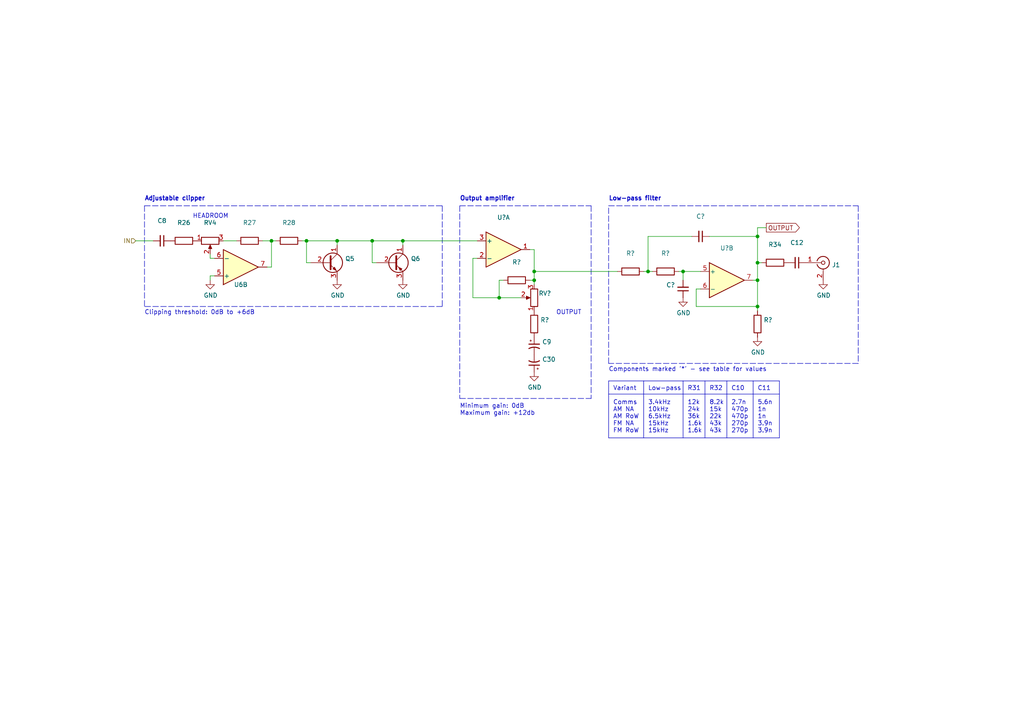
<source format=kicad_sch>
(kicad_sch (version 20211123) (generator eeschema)
  (paper "A4")
  (title_block (title "D4 Damager") (date "2021-01-08") (rev "1") (company "Copyright © 2020 Tarot Systems"))
  (lib_symbols
    (symbol "Amplifier_Operational:TL072" (pin_names (offset 0.127))
      (property "Reference" "U" (at 0 5.08 0))
      (property "Value" "TL072" (at 0 -5.08 0))
      (symbol "TL072_1_1"
        (polyline (pts (xy -5.08 5.08) (xy 5.08 0) (xy -5.08 -5.08) (xy -5.08 5.08)) (stroke (width 0.254)) (fill (type background)))
        (pin output line (at 7.62 0 180) (length 2.54) (name "~") (number "1"))
        (pin input line (at -7.62 -2.54 0) (length 2.54) (name "-") (number "2"))
        (pin input line (at -7.62 2.54 0) (length 2.54) (name "+") (number "3"))
      )
      (symbol "TL072_2_1"
        (polyline (pts (xy -5.08 5.08) (xy 5.08 0) (xy -5.08 -5.08) (xy -5.08 5.08)) (stroke (width 0.254)) (fill (type background)))
        (pin input line (at -7.62 2.54 0) (length 2.54) (name "+") (number "5"))
        (pin input line (at -7.62 -2.54 0) (length 2.54) (name "-") (number "6"))
        (pin output line (at 7.62 0 180) (length 2.54) (name "~") (number "7"))
      )
      (symbol "TL072_3_1"
        (pin power_in line (at -2.54 -7.62 90) (length 3.81) (name "V-") (number "4"))
        (pin power_in line (at -2.54 7.62 270) (length 3.81) (name "V+") (number "8"))
      )
    )
    (symbol "Connector:Conn_Coaxial" (pin_names (offset 1.016) hide)
      (property "Reference" "J" (at 0.254 3.048 0))
      (property "Value" "Conn_Coaxial" (at 2.921 0 90))
      (symbol "Conn_Coaxial_0_1"
        (arc (start -1.778 -0.508) (mid 0.2311 -1.8066) (end 1.778 0) (stroke (width 0.254)))
        (polyline (pts (xy -2.54 0) (xy -0.508 0)))
        (polyline (pts (xy 0 -2.54) (xy 0 -1.778)))
        (circle (center 0 0) (radius 0.508) (stroke (width 0.2032)))
        (arc (start 1.778 0) (mid 0.2099 1.8101) (end -1.778 0.508) (stroke (width 0.254)))
      )
      (symbol "Conn_Coaxial_1_1"
        (pin passive line (at -5.08 0 0) (length 2.54) (name "In") (number "1"))
        (pin passive line (at 0 -5.08 90) (length 2.54) (name "Ext") (number "2"))
      )
    )
    (symbol "Device:C_Small" (pin_numbers hide) (pin_names (offset 0.254) hide)
      (property "Reference" "C" (at 0.254 1.778 0))
      (property "Value" "C_Small" (at 0.254 -2.032 0))
      (symbol "C_Small_0_1"
        (polyline (pts (xy -1.524 -0.508) (xy 1.524 -0.508)) (stroke (width 0.3302)))
        (polyline (pts (xy -1.524 0.508) (xy 1.524 0.508)) (stroke (width 0.3048)))
      )
      (symbol "C_Small_1_1"
        (pin passive line (at 0 2.54 270) (length 2.032) (name "~") (number "1"))
        (pin passive line (at 0 -2.54 90) (length 2.032) (name "~") (number "2"))
      )
    )
    (symbol "Device:R" (pin_numbers hide) (pin_names (offset 0))
      (property "Reference" "R" (at 2.032 0 90))
      (property "Value" "R" (at 0 0 90))
      (symbol "R_0_1"
        (rectangle (start -1.016 -2.54) (end 1.016 2.54) (stroke (width 0.254)))
      )
      (symbol "R_1_1"
        (pin passive line (at 0 3.81 270) (length 1.27) (name "~") (number "1"))
        (pin passive line (at 0 -3.81 90) (length 1.27) (name "~") (number "2"))
      )
    )
    (symbol "Transistor_BJT:BC546" (pin_names (offset 0) hide)
      (property "Reference" "Q" (at 5.08 1.905 0))
      (property "Value" "BC546" (at 5.08 0 0))
      (symbol "BC546_0_1"
        (polyline (pts (xy 0 0) (xy 0.635 0)))
        (polyline (pts (xy 0.635 0.635) (xy 2.54 2.54)))
        (polyline (pts (xy 0.635 -0.635) (xy 2.54 -2.54) (xy 2.54 -2.54)))
        (polyline (pts (xy 0.635 1.905) (xy 0.635 -1.905) (xy 0.635 -1.905)) (stroke (width 0.508)))
        (polyline (pts (xy 1.27 -1.778) (xy 1.778 -1.27) (xy 2.286 -2.286) (xy 1.27 -1.778) (xy 1.27 -1.778)) (fill (type outline)))
        (circle (center 1.27 0) (radius 2.8194) (stroke (width 0.254)))
      )
      (symbol "BC546_1_1"
        (pin passive line (at 2.54 5.08 270) (length 2.54) (name "C") (number "1"))
        (pin input line (at -5.08 0 0) (length 5.08) (name "B") (number "2"))
        (pin passive line (at 2.54 -5.08 90) (length 2.54) (name "E") (number "3"))
      )
    )
    (symbol "Transistor_BJT:BC556" (pin_names (offset 0) hide)
      (property "Reference" "Q" (at 5.08 1.905 0))
      (property "Value" "BC556" (at 5.08 0 0))
      (symbol "BC556_0_1"
        (polyline (pts (xy 0.635 0.635) (xy 2.54 2.54)))
        (polyline (pts (xy 0.635 -0.635) (xy 2.54 -2.54) (xy 2.54 -2.54)))
        (polyline (pts (xy 0.635 1.905) (xy 0.635 -1.905) (xy 0.635 -1.905)) (stroke (width 0.508)))
        (polyline (pts (xy 2.286 -1.778) (xy 1.778 -2.286) (xy 1.27 -1.27) (xy 2.286 -1.778) (xy 2.286 -1.778)) (fill (type outline)))
        (circle (center 1.27 0) (radius 2.8194) (stroke (width 0.254)))
      )
      (symbol "BC556_1_1"
        (pin passive line (at 2.54 5.08 270) (length 2.54) (name "C") (number "1"))
        (pin input line (at -5.08 0 0) (length 5.715) (name "B") (number "2"))
        (pin passive line (at 2.54 -5.08 90) (length 2.54) (name "E") (number "3"))
      )
    )
    (symbol "amproc-rescue:CP1_Small-Device" (pin_numbers hide) (pin_names (offset 0.254) hide)
      (property "Reference" "C" (at 0.254 1.778 0))
      (property "Value" "CP1_Small-Device" (at 0.254 -2.032 0))
      (symbol "CP1_Small-Device_0_1"
        (polyline (pts (xy -1.524 0.508) (xy 1.524 0.508)) (stroke (width 0.3048)))
        (polyline (pts (xy -1.27 1.524) (xy -0.762 1.524)))
        (polyline (pts (xy -1.016 1.27) (xy -1.016 1.778)))
        (arc (start 1.524 -0.762) (mid 0 -0.3734) (end -1.524 -0.762) (stroke (width 0.3048)))
      )
      (symbol "CP1_Small-Device_1_1"
        (pin passive line (at 0 2.54 270) (length 2.032) (name "~") (number "1"))
        (pin passive line (at 0 -2.54 90) (length 2.032) (name "~") (number "2"))
      )
    )
    (symbol "amproc-rescue:R_POT-Device" (pin_names (offset 1.016) hide)
      (property "Reference" "RV" (at -4.445 0 90))
      (property "Value" "R_POT-Device" (at -2.54 0 90))
      (symbol "R_POT-Device_0_1"
        (polyline (pts (xy 2.54 0) (xy 1.524 0)))
        (polyline (pts (xy 1.143 0) (xy 2.286 0.508) (xy 2.286 -0.508) (xy 1.143 0)) (fill (type outline)))
        (rectangle (start 1.016 2.54) (end -1.016 -2.54) (stroke (width 0.254)))
      )
      (symbol "R_POT-Device_1_1"
        (pin passive line (at 0 3.81 270) (length 1.27) (name "1") (number "1"))
        (pin passive line (at 3.81 0 180) (length 1.27) (name "2") (number "2"))
        (pin passive line (at 0 -3.81 90) (length 1.27) (name "3") (number "3"))
      )
    )
    (symbol "power:GND" (power) (pin_names (offset 0))
      (property "Value" "GND" (at 0 -3.81 0))
      (symbol "GND_0_1"
        (polyline (pts (xy 0 0) (xy 0 -1.27) (xy 1.27 -1.27) (xy 0 -2.54) (xy -1.27 -1.27) (xy 0 -1.27)))
      )
      (symbol "GND_1_1"
        (pin power_in line (at 0 0 270) (length 0) hide (name "GND") (number "1"))
      )
    )
  )
  (junction (at 219.71 81.28))
  (junction (at 219.71 76.2))
  (junction (at 187.96 78.74))
  (junction (at 97.79 69.85))
  (junction (at 78.74 69.85))
  (junction (at 198.12 78.74))
  (junction (at 154.94 81.28))
  (junction (at 107.95 69.85))
  (junction (at 154.94 78.74))
  (junction (at 219.71 88.9))
  (junction (at 219.71 68.58))
  (junction (at 116.84 69.85))
  (junction (at 144.78 86.36))
  (junction (at 88.9 69.85))
  (wire (pts (xy 201.93 88.9) (xy 219.71 88.9)))
  (wire (pts (xy 116.84 69.85) (xy 138.43 69.85)))
  (wire (pts (xy 60.96 81.28) (xy 60.96 80.01)))
  (wire (pts (xy 144.78 86.36) (xy 137.16 86.36)))
  (wire (pts (xy 219.71 88.9) (xy 219.71 81.28)))
  (polyline (pts (xy 218.44 110.49) (xy 218.44 127)) (stroke (width 0) (type solid)))
  (wire (pts (xy 219.71 81.28) (xy 218.44 81.28)))
  (polyline (pts (xy 176.53 127) (xy 226.06 127)) (stroke (width 0) (type solid)))
  (wire (pts (xy 88.9 69.85) (xy 87.63 69.85)))
  (wire (pts (xy 116.84 69.85) (xy 116.84 71.12)))
  (polyline (pts (xy 198.12 110.49) (xy 198.12 127)) (stroke (width 0) (type solid)))
  (wire (pts (xy 137.16 74.93) (xy 138.43 74.93)))
  (wire (pts (xy 154.94 72.39) (xy 154.94 78.74)))
  (wire (pts (xy 201.93 83.82) (xy 201.93 88.9)))
  (wire (pts (xy 219.71 90.17) (xy 219.71 88.9)))
  (polyline (pts (xy 133.35 59.69) (xy 133.35 115.57)))
  (wire (pts (xy 68.58 69.85) (xy 64.77 69.85)))
  (wire (pts (xy 153.67 72.39) (xy 154.94 72.39)))
  (wire (pts (xy 219.71 66.04) (xy 219.71 68.58)))
  (wire (pts (xy 107.95 69.85) (xy 116.84 69.85)))
  (wire (pts (xy 200.66 68.58) (xy 187.96 68.58)))
  (wire (pts (xy 154.94 78.74) (xy 154.94 81.28)))
  (wire (pts (xy 137.16 74.93) (xy 137.16 86.36)))
  (wire (pts (xy 187.96 68.58) (xy 187.96 78.74)))
  (polyline (pts (xy 176.53 114.3) (xy 226.06 114.3)) (stroke (width 0) (type solid)))
  (wire (pts (xy 146.05 81.28) (xy 144.78 81.28)))
  (wire (pts (xy 60.96 74.93) (xy 60.96 73.66)))
  (wire (pts (xy 80.01 69.85) (xy 78.74 69.85)))
  (polyline (pts (xy 133.35 59.69) (xy 171.45 59.69)))
  (wire (pts (xy 203.2 83.82) (xy 201.93 83.82)))
  (polyline (pts (xy 176.53 110.49) (xy 226.06 110.49)) (stroke (width 0) (type solid)))
  (polyline (pts (xy 248.92 59.69) (xy 248.92 105.41)))
  (wire (pts (xy 222.25 66.04) (xy 219.71 66.04)))
  (polyline (pts (xy 133.35 115.57) (xy 171.45 115.57)))
  (polyline (pts (xy 226.06 110.49) (xy 226.06 127)) (stroke (width 0) (type solid)))
  (wire (pts (xy 179.07 78.74) (xy 154.94 78.74)))
  (polyline (pts (xy 176.53 59.69) (xy 248.92 59.69)))
  (wire (pts (xy 219.71 68.58) (xy 219.71 76.2)))
  (wire (pts (xy 220.98 76.2) (xy 219.71 76.2)))
  (wire (pts (xy 76.2 69.85) (xy 78.74 69.85)))
  (wire (pts (xy 205.74 68.58) (xy 219.71 68.58)))
  (wire (pts (xy 88.9 76.2) (xy 90.17 76.2)))
  (wire (pts (xy 187.96 78.74) (xy 186.69 78.74)))
  (wire (pts (xy 78.74 77.47) (xy 77.47 77.47)))
  (polyline (pts (xy 128.27 59.69) (xy 128.27 88.9)))
  (wire (pts (xy 196.85 78.74) (xy 198.12 78.74)))
  (wire (pts (xy 78.74 69.85) (xy 78.74 77.47)))
  (wire (pts (xy 144.78 81.28) (xy 144.78 86.36)))
  (wire (pts (xy 154.94 81.28) (xy 154.94 82.55)))
  (wire (pts (xy 88.9 69.85) (xy 88.9 76.2)))
  (wire (pts (xy 60.96 80.01) (xy 62.23 80.01)))
  (wire (pts (xy 198.12 81.28) (xy 198.12 78.74)))
  (wire (pts (xy 97.79 69.85) (xy 107.95 69.85)))
  (wire (pts (xy 219.71 76.2) (xy 219.71 81.28)))
  (wire (pts (xy 62.23 74.93) (xy 60.96 74.93)))
  (wire (pts (xy 151.13 86.36) (xy 144.78 86.36)))
  (wire (pts (xy 153.67 81.28) (xy 154.94 81.28)))
  (polyline (pts (xy 248.92 105.41) (xy 176.53 105.41)))
  (wire (pts (xy 109.22 76.2) (xy 107.95 76.2)))
  (polyline (pts (xy 171.45 59.69) (xy 171.45 115.57)))
  (polyline (pts (xy 176.53 127) (xy 176.53 110.49)) (stroke (width 0) (type solid)))
  (polyline (pts (xy 41.91 59.69) (xy 41.91 88.9)))
  (polyline (pts (xy 204.47 110.49) (xy 204.47 127)) (stroke (width 0) (type solid)))
  (polyline (pts (xy 41.91 59.69) (xy 128.27 59.69)))
  (polyline (pts (xy 186.69 110.49) (xy 186.69 127)) (stroke (width 0) (type solid)))
  (wire (pts (xy 107.95 76.2) (xy 107.95 69.85)))
  (wire (pts (xy 39.37 69.85) (xy 44.45 69.85)))
  (polyline (pts (xy 210.82 110.49) (xy 210.82 127)) (stroke (width 0) (type solid)))
  (wire (pts (xy 187.96 78.74) (xy 189.23 78.74)))
  (polyline (pts (xy 176.53 105.41) (xy 176.53 59.69)))
  (wire (pts (xy 97.79 69.85) (xy 88.9 69.85)))
  (wire (pts (xy 198.12 78.74) (xy 203.2 78.74)))
  (polyline (pts (xy 128.27 88.9) (xy 41.91 88.9)))
  (wire (pts (xy 97.79 71.12) (xy 97.79 69.85)))
  (text "HEADROOM" (at 55.88 63.5 0) (effects (font (size 1.27 1.27)) (justify left bottom)))
  (text "Adjustable clipper" (at 41.91 58.42 0) (effects (font (size 1.27 1.27) (thickness 0.254) bold) (justify left bottom)))
  (text "Output amplifier" (at 133.35 58.42 0) (effects (font (size 1.27 1.27) (thickness 0.254) bold) (justify left bottom)))
  (text "Minimum gain: 0dB\nMaximum gain: +12db" (at 133.35 120.65 0) (effects (font (size 1.27 1.27)) (justify left bottom)))
  (text "OUTPUT" (at 161.29 91.44 0) (effects (font (size 1.27 1.27)) (justify left bottom)))
  (text "R32\n\n8.2k\n15k\n22k\n43k\n43k" (at 205.74 125.73 0) (effects (font (size 1.27 1.27)) (justify left bottom)))
  (text "Clipping threshold: 0dB to +6dB" (at 41.91 91.44 0) (effects (font (size 1.27 1.27)) (justify left bottom)))
  (text "R31\n\n12k\n24k\n36k\n1.6k\n1.6k" (at 199.39 125.73 0) (effects (font (size 1.27 1.27)) (justify left bottom)))
  (text "Components marked '*' - see table for values" (at 176.53 107.95 0) (effects (font (size 1.27 1.27)) (justify left bottom)))
  (text "Low-pass\n\n3.4kHz\n10kHz\n6.5kHz\n15kHz\n15kHz" (at 187.96 125.73 0) (effects (font (size 1.27 1.27)) (justify left bottom)))
  (text "C10\n\n2.7n\n470p\n470p\n270p\n270p" (at 212.09 125.73 0) (effects (font (size 1.27 1.27)) (justify left bottom)))
  (text "Low-pass filter" (at 176.53 58.42 0) (effects (font (size 1.27 1.27) (thickness 0.254) bold) (justify left bottom)))
  (text "Variant\n\nComms\nAM NA\nAM RoW\nFM NA\nFM RoW" (at 177.8 125.73 0) (effects (font (size 1.27 1.27)) (justify left bottom)))
  (text "C11\n\n5.6n\n1n\n1n\n3.9n\n3.9n" (at 219.71 125.73 0) (effects (font (size 1.27 1.27)) (justify left bottom)))
  (global_label "OUTPUT" (shape output) (at 222.25 66.04 0) (property "Intersheet References" "${INTERSHEET_REFS}" (effects hide)))
  (hierarchical_label "IN" (shape input) (at 39.37 69.85 180))
  (symbol (lib_id "amproc-rescue:CP1_Small-Device") (at 154.94 100.33 0) (unit 1)
    (property "Reference" "C9" (at 157.2514 99.1616 0) (effects (justify left)))
  )
  (symbol (lib_id "amproc-rescue:CP1_Small-Device") (at 154.94 105.41 180) (unit 1)
    (property "Reference" "C30" (at 157.2514 104.2416 0) (effects (justify right)))
  )
  (symbol (lib_id "power:GND") (at 154.94 107.95 0) (unit 1)
    (property "Reference" "#PWR?" (effects hide))
  )
  (symbol (lib_id "Amplifier_Operational:TL072") (at 69.85 77.47 0) (mirror x) (unit 2)
    (property "Reference" "U6" (at 69.85 82.55 0))
    (property "Datasheet" "http://www.ti.com/lit/ds/symlink/tl071.pdf" (effects hide))
  )
  (symbol (lib_id "power:GND") (at 60.96 81.28 0) (unit 1)
    (property "Reference" "#PWR019" (effects hide))
  )
  (symbol (lib_id "amproc-rescue:R_POT-Device") (at 60.96 69.85 90) (mirror x) (unit 1)
    (property "Reference" "RV4" (at 60.96 64.5922 90))
  )
  (symbol (lib_id "Device:R") (at 72.39 69.85 270) (unit 1)
    (property "Reference" "R27" (at 72.39 64.5922 90))
  )
  (symbol (lib_id "Device:R") (at 53.34 69.85 270) (unit 1)
    (property "Reference" "R26" (at 53.34 64.5922 90))
  )
  (symbol (lib_id "Device:C_Small") (at 46.99 69.85 270) (unit 1)
    (property "Reference" "C8" (at 46.99 64.0334 90))
  )
  (symbol (lib_id "Transistor_BJT:BC546") (at 95.25 76.2 0) (unit 1)
    (property "Reference" "Q5" (at 100.1014 75.0316 0) (effects (justify left)))
    (property "Datasheet" "http://www.fairchildsemi.com/ds/BC/BC547.pdf" (effects hide))
  )
  (symbol (lib_id "Transistor_BJT:BC556") (at 114.3 76.2 0) (unit 1)
    (property "Reference" "Q6" (at 119.1514 75.0316 0) (effects (justify left)))
    (property "Datasheet" "http://www.fairchildsemi.com/ds/BC/BC557.pdf" (effects hide))
  )
  (symbol (lib_id "power:GND") (at 97.79 81.28 0) (unit 1)
    (property "Reference" "#PWR020" (effects hide))
  )
  (symbol (lib_id "power:GND") (at 116.84 81.28 0) (unit 1)
    (property "Reference" "#PWR021" (effects hide))
  )
  (symbol (lib_id "Device:R") (at 83.82 69.85 270) (unit 1)
    (property "Reference" "R28" (at 83.82 64.5922 90))
  )
  (symbol (lib_id "Amplifier_Operational:TL072") (at 146.05 72.39 0) (unit 1)
    (property "Reference" "U?" (at 146.05 63.0682 0))
    (property "Datasheet" "http://www.ti.com/lit/ds/symlink/tl071.pdf" (effects hide))
  )
  (symbol (lib_id "amproc-rescue:R_POT-Device") (at 154.94 86.36 180) (unit 1)
    (property "Reference" "RV?" (at 156.21 85.09 0) (effects (justify right)))
  )
  (symbol (lib_id "Device:R") (at 154.94 93.98 0) (unit 1)
    (property "Reference" "R?" (at 156.718 92.8116 0) (effects (justify left)))
  )
  (symbol (lib_id "Device:R") (at 149.86 81.28 270) (unit 1)
    (property "Reference" "R?" (at 149.86 76.0222 90))
  )
  (symbol (lib_id "Amplifier_Operational:TL072") (at 210.82 81.28 0) (unit 2)
    (property "Reference" "U?" (at 210.82 71.9582 0))
    (property "Datasheet" "http://www.ti.com/lit/ds/symlink/tl071.pdf" (effects hide))
  )
  (symbol (lib_id "Device:C_Small") (at 198.12 83.82 0) (mirror x) (unit 1)
    (property "Reference" "C?" (at 195.8086 82.6516 0) (effects (justify right)))
  )
  (symbol (lib_id "power:GND") (at 198.12 86.36 0) (unit 1)
    (property "Reference" "#PWR?" (effects hide))
  )
  (symbol (lib_id "Device:R") (at 193.04 78.74 270) (unit 1)
    (property "Reference" "R?" (at 193.04 73.4822 90))
  )
  (symbol (lib_id "Device:C_Small") (at 203.2 68.58 270) (unit 1)
    (property "Reference" "C?" (at 203.2 62.7634 90))
  )
  (symbol (lib_id "Device:R") (at 182.88 78.74 270) (unit 1)
    (property "Reference" "R?" (at 182.88 73.4822 90))
  )
  (symbol (lib_id "Device:R") (at 219.71 93.98 0) (unit 1)
    (property "Reference" "R?" (at 221.488 92.8116 0) (effects (justify left)))
  )
  (symbol (lib_id "power:GND") (at 219.71 97.79 0) (unit 1)
    (property "Reference" "#PWR?" (effects hide))
  )
  (symbol (lib_id "Device:R") (at 224.79 76.2 270) (unit 1)
    (property "Reference" "R34" (at 224.79 70.9422 90))
  )
  (symbol (lib_id "Device:C_Small") (at 231.14 76.2 270) (unit 1)
    (property "Reference" "C12" (at 231.14 70.3834 90))
  )
  (symbol (lib_id "Connector:Conn_Coaxial") (at 238.76 76.2 0) (unit 1)
    (property "Reference" "J1" (at 241.3 76.835 0) (effects (justify left)))
    (property "Datasheet" " ~" (effects hide))
  )
  (symbol (lib_id "power:GND") (at 238.76 81.28 0) (unit 1)
    (property "Reference" "#PWR?" (effects hide))
  )
)
</source>
